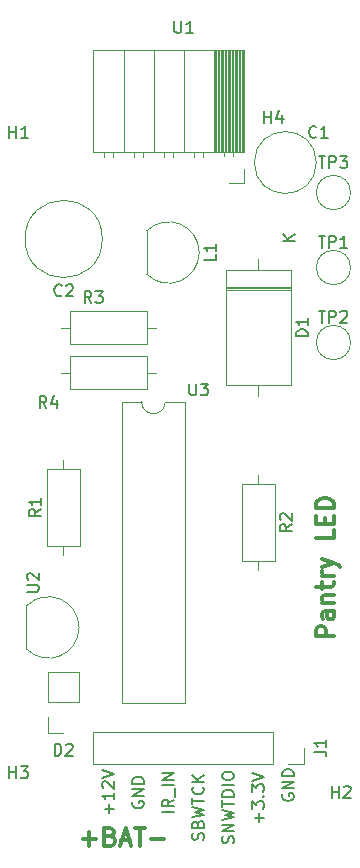
<source format=gbr>
%TF.GenerationSoftware,KiCad,Pcbnew,(6.0.9)*%
%TF.CreationDate,2024-07-08T19:13:13-04:00*%
%TF.ProjectId,PantryLED,50616e74-7279-44c4-9544-2e6b69636164,rev?*%
%TF.SameCoordinates,Original*%
%TF.FileFunction,Legend,Top*%
%TF.FilePolarity,Positive*%
%FSLAX46Y46*%
G04 Gerber Fmt 4.6, Leading zero omitted, Abs format (unit mm)*
G04 Created by KiCad (PCBNEW (6.0.9)) date 2024-07-08 19:13:13*
%MOMM*%
%LPD*%
G01*
G04 APERTURE LIST*
%ADD10C,0.150000*%
%ADD11C,0.300000*%
%ADD12C,0.120000*%
G04 APERTURE END LIST*
D10*
X137231428Y-112251904D02*
X137231428Y-111490000D01*
X137612380Y-111870952D02*
X136850476Y-111870952D01*
X137612380Y-110490000D02*
X137612380Y-111061428D01*
X137612380Y-110775714D02*
X136612380Y-110775714D01*
X136755238Y-110870952D01*
X136850476Y-110966190D01*
X136898095Y-111061428D01*
X136707619Y-110109047D02*
X136660000Y-110061428D01*
X136612380Y-109966190D01*
X136612380Y-109728095D01*
X136660000Y-109632857D01*
X136707619Y-109585238D01*
X136802857Y-109537619D01*
X136898095Y-109537619D01*
X137040952Y-109585238D01*
X137612380Y-110156666D01*
X137612380Y-109537619D01*
X136612380Y-109251904D02*
X137612380Y-108918571D01*
X136612380Y-108585238D01*
X142692380Y-112132857D02*
X141692380Y-112132857D01*
X142692380Y-111085238D02*
X142216190Y-111418571D01*
X142692380Y-111656666D02*
X141692380Y-111656666D01*
X141692380Y-111275714D01*
X141740000Y-111180476D01*
X141787619Y-111132857D01*
X141882857Y-111085238D01*
X142025714Y-111085238D01*
X142120952Y-111132857D01*
X142168571Y-111180476D01*
X142216190Y-111275714D01*
X142216190Y-111656666D01*
X142787619Y-110894761D02*
X142787619Y-110132857D01*
X142692380Y-109894761D02*
X141692380Y-109894761D01*
X142692380Y-109418571D02*
X141692380Y-109418571D01*
X142692380Y-108847142D01*
X141692380Y-108847142D01*
X147724761Y-114783809D02*
X147772380Y-114640952D01*
X147772380Y-114402857D01*
X147724761Y-114307619D01*
X147677142Y-114260000D01*
X147581904Y-114212380D01*
X147486666Y-114212380D01*
X147391428Y-114260000D01*
X147343809Y-114307619D01*
X147296190Y-114402857D01*
X147248571Y-114593333D01*
X147200952Y-114688571D01*
X147153333Y-114736190D01*
X147058095Y-114783809D01*
X146962857Y-114783809D01*
X146867619Y-114736190D01*
X146820000Y-114688571D01*
X146772380Y-114593333D01*
X146772380Y-114355238D01*
X146820000Y-114212380D01*
X147772380Y-113783809D02*
X146772380Y-113783809D01*
X147772380Y-113212380D01*
X146772380Y-113212380D01*
X146772380Y-112831428D02*
X147772380Y-112593333D01*
X147058095Y-112402857D01*
X147772380Y-112212380D01*
X146772380Y-111974285D01*
X146772380Y-111736190D02*
X146772380Y-111164761D01*
X147772380Y-111450476D02*
X146772380Y-111450476D01*
X147772380Y-110831428D02*
X146772380Y-110831428D01*
X146772380Y-110593333D01*
X146820000Y-110450476D01*
X146915238Y-110355238D01*
X147010476Y-110307619D01*
X147200952Y-110260000D01*
X147343809Y-110260000D01*
X147534285Y-110307619D01*
X147629523Y-110355238D01*
X147724761Y-110450476D01*
X147772380Y-110593333D01*
X147772380Y-110831428D01*
X147772380Y-109831428D02*
X146772380Y-109831428D01*
X146772380Y-109164761D02*
X146772380Y-108974285D01*
X146820000Y-108879047D01*
X146915238Y-108783809D01*
X147105714Y-108736190D01*
X147439047Y-108736190D01*
X147629523Y-108783809D01*
X147724761Y-108879047D01*
X147772380Y-108974285D01*
X147772380Y-109164761D01*
X147724761Y-109260000D01*
X147629523Y-109355238D01*
X147439047Y-109402857D01*
X147105714Y-109402857D01*
X146915238Y-109355238D01*
X146820000Y-109260000D01*
X146772380Y-109164761D01*
D11*
X134965714Y-114407142D02*
X136108571Y-114407142D01*
X135537142Y-114978571D02*
X135537142Y-113835714D01*
X137322857Y-114192857D02*
X137537142Y-114264285D01*
X137608571Y-114335714D01*
X137680000Y-114478571D01*
X137680000Y-114692857D01*
X137608571Y-114835714D01*
X137537142Y-114907142D01*
X137394285Y-114978571D01*
X136822857Y-114978571D01*
X136822857Y-113478571D01*
X137322857Y-113478571D01*
X137465714Y-113550000D01*
X137537142Y-113621428D01*
X137608571Y-113764285D01*
X137608571Y-113907142D01*
X137537142Y-114050000D01*
X137465714Y-114121428D01*
X137322857Y-114192857D01*
X136822857Y-114192857D01*
X138251428Y-114550000D02*
X138965714Y-114550000D01*
X138108571Y-114978571D02*
X138608571Y-113478571D01*
X139108571Y-114978571D01*
X139394285Y-113478571D02*
X140251428Y-113478571D01*
X139822857Y-114978571D02*
X139822857Y-113478571D01*
X140751428Y-114407142D02*
X141894285Y-114407142D01*
D10*
X149931428Y-112998095D02*
X149931428Y-112236190D01*
X150312380Y-112617142D02*
X149550476Y-112617142D01*
X149312380Y-111855238D02*
X149312380Y-111236190D01*
X149693333Y-111569523D01*
X149693333Y-111426666D01*
X149740952Y-111331428D01*
X149788571Y-111283809D01*
X149883809Y-111236190D01*
X150121904Y-111236190D01*
X150217142Y-111283809D01*
X150264761Y-111331428D01*
X150312380Y-111426666D01*
X150312380Y-111712380D01*
X150264761Y-111807619D01*
X150217142Y-111855238D01*
X150217142Y-110807619D02*
X150264761Y-110760000D01*
X150312380Y-110807619D01*
X150264761Y-110855238D01*
X150217142Y-110807619D01*
X150312380Y-110807619D01*
X149312380Y-110426666D02*
X149312380Y-109807619D01*
X149693333Y-110140952D01*
X149693333Y-109998095D01*
X149740952Y-109902857D01*
X149788571Y-109855238D01*
X149883809Y-109807619D01*
X150121904Y-109807619D01*
X150217142Y-109855238D01*
X150264761Y-109902857D01*
X150312380Y-109998095D01*
X150312380Y-110283809D01*
X150264761Y-110379047D01*
X150217142Y-110426666D01*
X149312380Y-109521904D02*
X150312380Y-109188571D01*
X149312380Y-108855238D01*
X151900000Y-110616904D02*
X151852380Y-110712142D01*
X151852380Y-110855000D01*
X151900000Y-110997857D01*
X151995238Y-111093095D01*
X152090476Y-111140714D01*
X152280952Y-111188333D01*
X152423809Y-111188333D01*
X152614285Y-111140714D01*
X152709523Y-111093095D01*
X152804761Y-110997857D01*
X152852380Y-110855000D01*
X152852380Y-110759761D01*
X152804761Y-110616904D01*
X152757142Y-110569285D01*
X152423809Y-110569285D01*
X152423809Y-110759761D01*
X152852380Y-110140714D02*
X151852380Y-110140714D01*
X152852380Y-109569285D01*
X151852380Y-109569285D01*
X152852380Y-109093095D02*
X151852380Y-109093095D01*
X151852380Y-108855000D01*
X151900000Y-108712142D01*
X151995238Y-108616904D01*
X152090476Y-108569285D01*
X152280952Y-108521666D01*
X152423809Y-108521666D01*
X152614285Y-108569285D01*
X152709523Y-108616904D01*
X152804761Y-108712142D01*
X152852380Y-108855000D01*
X152852380Y-109093095D01*
X145184761Y-114498095D02*
X145232380Y-114355238D01*
X145232380Y-114117142D01*
X145184761Y-114021904D01*
X145137142Y-113974285D01*
X145041904Y-113926666D01*
X144946666Y-113926666D01*
X144851428Y-113974285D01*
X144803809Y-114021904D01*
X144756190Y-114117142D01*
X144708571Y-114307619D01*
X144660952Y-114402857D01*
X144613333Y-114450476D01*
X144518095Y-114498095D01*
X144422857Y-114498095D01*
X144327619Y-114450476D01*
X144280000Y-114402857D01*
X144232380Y-114307619D01*
X144232380Y-114069523D01*
X144280000Y-113926666D01*
X144708571Y-113164761D02*
X144756190Y-113021904D01*
X144803809Y-112974285D01*
X144899047Y-112926666D01*
X145041904Y-112926666D01*
X145137142Y-112974285D01*
X145184761Y-113021904D01*
X145232380Y-113117142D01*
X145232380Y-113498095D01*
X144232380Y-113498095D01*
X144232380Y-113164761D01*
X144280000Y-113069523D01*
X144327619Y-113021904D01*
X144422857Y-112974285D01*
X144518095Y-112974285D01*
X144613333Y-113021904D01*
X144660952Y-113069523D01*
X144708571Y-113164761D01*
X144708571Y-113498095D01*
X144232380Y-112593333D02*
X145232380Y-112355238D01*
X144518095Y-112164761D01*
X145232380Y-111974285D01*
X144232380Y-111736190D01*
X144232380Y-111498095D02*
X144232380Y-110926666D01*
X145232380Y-111212380D02*
X144232380Y-111212380D01*
X145137142Y-110021904D02*
X145184761Y-110069523D01*
X145232380Y-110212380D01*
X145232380Y-110307619D01*
X145184761Y-110450476D01*
X145089523Y-110545714D01*
X144994285Y-110593333D01*
X144803809Y-110640952D01*
X144660952Y-110640952D01*
X144470476Y-110593333D01*
X144375238Y-110545714D01*
X144280000Y-110450476D01*
X144232380Y-110307619D01*
X144232380Y-110212380D01*
X144280000Y-110069523D01*
X144327619Y-110021904D01*
X145232380Y-109593333D02*
X144232380Y-109593333D01*
X145232380Y-109021904D02*
X144660952Y-109450476D01*
X144232380Y-109021904D02*
X144803809Y-109593333D01*
X139200000Y-111251904D02*
X139152380Y-111347142D01*
X139152380Y-111490000D01*
X139200000Y-111632857D01*
X139295238Y-111728095D01*
X139390476Y-111775714D01*
X139580952Y-111823333D01*
X139723809Y-111823333D01*
X139914285Y-111775714D01*
X140009523Y-111728095D01*
X140104761Y-111632857D01*
X140152380Y-111490000D01*
X140152380Y-111394761D01*
X140104761Y-111251904D01*
X140057142Y-111204285D01*
X139723809Y-111204285D01*
X139723809Y-111394761D01*
X140152380Y-110775714D02*
X139152380Y-110775714D01*
X140152380Y-110204285D01*
X139152380Y-110204285D01*
X140152380Y-109728095D02*
X139152380Y-109728095D01*
X139152380Y-109490000D01*
X139200000Y-109347142D01*
X139295238Y-109251904D01*
X139390476Y-109204285D01*
X139580952Y-109156666D01*
X139723809Y-109156666D01*
X139914285Y-109204285D01*
X140009523Y-109251904D01*
X140104761Y-109347142D01*
X140152380Y-109490000D01*
X140152380Y-109728095D01*
D11*
X156253571Y-97261428D02*
X154753571Y-97261428D01*
X154753571Y-96690000D01*
X154825000Y-96547142D01*
X154896428Y-96475714D01*
X155039285Y-96404285D01*
X155253571Y-96404285D01*
X155396428Y-96475714D01*
X155467857Y-96547142D01*
X155539285Y-96690000D01*
X155539285Y-97261428D01*
X156253571Y-95118571D02*
X155467857Y-95118571D01*
X155325000Y-95190000D01*
X155253571Y-95332857D01*
X155253571Y-95618571D01*
X155325000Y-95761428D01*
X156182142Y-95118571D02*
X156253571Y-95261428D01*
X156253571Y-95618571D01*
X156182142Y-95761428D01*
X156039285Y-95832857D01*
X155896428Y-95832857D01*
X155753571Y-95761428D01*
X155682142Y-95618571D01*
X155682142Y-95261428D01*
X155610714Y-95118571D01*
X155253571Y-94404285D02*
X156253571Y-94404285D01*
X155396428Y-94404285D02*
X155325000Y-94332857D01*
X155253571Y-94190000D01*
X155253571Y-93975714D01*
X155325000Y-93832857D01*
X155467857Y-93761428D01*
X156253571Y-93761428D01*
X155253571Y-93261428D02*
X155253571Y-92690000D01*
X154753571Y-93047142D02*
X156039285Y-93047142D01*
X156182142Y-92975714D01*
X156253571Y-92832857D01*
X156253571Y-92690000D01*
X156253571Y-92190000D02*
X155253571Y-92190000D01*
X155539285Y-92190000D02*
X155396428Y-92118571D01*
X155325000Y-92047142D01*
X155253571Y-91904285D01*
X155253571Y-91761428D01*
X155253571Y-91404285D02*
X156253571Y-91047142D01*
X155253571Y-90690000D02*
X156253571Y-91047142D01*
X156610714Y-91190000D01*
X156682142Y-91261428D01*
X156753571Y-91404285D01*
X156253571Y-88261428D02*
X156253571Y-88975714D01*
X154753571Y-88975714D01*
X155467857Y-87761428D02*
X155467857Y-87261428D01*
X156253571Y-87047142D02*
X156253571Y-87761428D01*
X154753571Y-87761428D01*
X154753571Y-87047142D01*
X156253571Y-86404285D02*
X154753571Y-86404285D01*
X154753571Y-86047142D01*
X154825000Y-85832857D01*
X154967857Y-85690000D01*
X155110714Y-85618571D01*
X155396428Y-85547142D01*
X155610714Y-85547142D01*
X155896428Y-85618571D01*
X156039285Y-85690000D01*
X156182142Y-85832857D01*
X156253571Y-86047142D01*
X156253571Y-86404285D01*
D10*
%TO.C,J1*%
X154602380Y-107038333D02*
X155316666Y-107038333D01*
X155459523Y-107085952D01*
X155554761Y-107181190D01*
X155602380Y-107324047D01*
X155602380Y-107419285D01*
X155602380Y-106038333D02*
X155602380Y-106609761D01*
X155602380Y-106324047D02*
X154602380Y-106324047D01*
X154745238Y-106419285D01*
X154840476Y-106514523D01*
X154888095Y-106609761D01*
%TO.C,D1*%
X154032380Y-71858095D02*
X153032380Y-71858095D01*
X153032380Y-71620000D01*
X153080000Y-71477142D01*
X153175238Y-71381904D01*
X153270476Y-71334285D01*
X153460952Y-71286666D01*
X153603809Y-71286666D01*
X153794285Y-71334285D01*
X153889523Y-71381904D01*
X153984761Y-71477142D01*
X154032380Y-71620000D01*
X154032380Y-71858095D01*
X154032380Y-70334285D02*
X154032380Y-70905714D01*
X154032380Y-70620000D02*
X153032380Y-70620000D01*
X153175238Y-70715238D01*
X153270476Y-70810476D01*
X153318095Y-70905714D01*
X152912380Y-63761904D02*
X151912380Y-63761904D01*
X152912380Y-63190476D02*
X152340952Y-63619047D01*
X151912380Y-63190476D02*
X152483809Y-63761904D01*
%TO.C,H3*%
X128778095Y-109282380D02*
X128778095Y-108282380D01*
X128778095Y-108758571D02*
X129349523Y-108758571D01*
X129349523Y-109282380D02*
X129349523Y-108282380D01*
X129730476Y-108282380D02*
X130349523Y-108282380D01*
X130016190Y-108663333D01*
X130159047Y-108663333D01*
X130254285Y-108710952D01*
X130301904Y-108758571D01*
X130349523Y-108853809D01*
X130349523Y-109091904D01*
X130301904Y-109187142D01*
X130254285Y-109234761D01*
X130159047Y-109282380D01*
X129873333Y-109282380D01*
X129778095Y-109234761D01*
X129730476Y-109187142D01*
%TO.C,H4*%
X150368095Y-53792380D02*
X150368095Y-52792380D01*
X150368095Y-53268571D02*
X150939523Y-53268571D01*
X150939523Y-53792380D02*
X150939523Y-52792380D01*
X151844285Y-53125714D02*
X151844285Y-53792380D01*
X151606190Y-52744761D02*
X151368095Y-53459047D01*
X151987142Y-53459047D01*
%TO.C,D2*%
X132611904Y-107357380D02*
X132611904Y-106357380D01*
X132850000Y-106357380D01*
X132992857Y-106405000D01*
X133088095Y-106500238D01*
X133135714Y-106595476D01*
X133183333Y-106785952D01*
X133183333Y-106928809D01*
X133135714Y-107119285D01*
X133088095Y-107214523D01*
X132992857Y-107309761D01*
X132850000Y-107357380D01*
X132611904Y-107357380D01*
X133564285Y-106452619D02*
X133611904Y-106405000D01*
X133707142Y-106357380D01*
X133945238Y-106357380D01*
X134040476Y-106405000D01*
X134088095Y-106452619D01*
X134135714Y-106547857D01*
X134135714Y-106643095D01*
X134088095Y-106785952D01*
X133516666Y-107357380D01*
X134135714Y-107357380D01*
%TO.C,U1*%
X142748095Y-45172380D02*
X142748095Y-45981904D01*
X142795714Y-46077142D01*
X142843333Y-46124761D01*
X142938571Y-46172380D01*
X143129047Y-46172380D01*
X143224285Y-46124761D01*
X143271904Y-46077142D01*
X143319523Y-45981904D01*
X143319523Y-45172380D01*
X144319523Y-46172380D02*
X143748095Y-46172380D01*
X144033809Y-46172380D02*
X144033809Y-45172380D01*
X143938571Y-45315238D01*
X143843333Y-45410476D01*
X143748095Y-45458095D01*
%TO.C,TP3*%
X154948095Y-56602380D02*
X155519523Y-56602380D01*
X155233809Y-57602380D02*
X155233809Y-56602380D01*
X155852857Y-57602380D02*
X155852857Y-56602380D01*
X156233809Y-56602380D01*
X156329047Y-56650000D01*
X156376666Y-56697619D01*
X156424285Y-56792857D01*
X156424285Y-56935714D01*
X156376666Y-57030952D01*
X156329047Y-57078571D01*
X156233809Y-57126190D01*
X155852857Y-57126190D01*
X156757619Y-56602380D02*
X157376666Y-56602380D01*
X157043333Y-56983333D01*
X157186190Y-56983333D01*
X157281428Y-57030952D01*
X157329047Y-57078571D01*
X157376666Y-57173809D01*
X157376666Y-57411904D01*
X157329047Y-57507142D01*
X157281428Y-57554761D01*
X157186190Y-57602380D01*
X156900476Y-57602380D01*
X156805238Y-57554761D01*
X156757619Y-57507142D01*
%TO.C,TP2*%
X154948095Y-69694380D02*
X155519523Y-69694380D01*
X155233809Y-70694380D02*
X155233809Y-69694380D01*
X155852857Y-70694380D02*
X155852857Y-69694380D01*
X156233809Y-69694380D01*
X156329047Y-69742000D01*
X156376666Y-69789619D01*
X156424285Y-69884857D01*
X156424285Y-70027714D01*
X156376666Y-70122952D01*
X156329047Y-70170571D01*
X156233809Y-70218190D01*
X155852857Y-70218190D01*
X156805238Y-69789619D02*
X156852857Y-69742000D01*
X156948095Y-69694380D01*
X157186190Y-69694380D01*
X157281428Y-69742000D01*
X157329047Y-69789619D01*
X157376666Y-69884857D01*
X157376666Y-69980095D01*
X157329047Y-70122952D01*
X156757619Y-70694380D01*
X157376666Y-70694380D01*
%TO.C,R2*%
X152672380Y-87791666D02*
X152196190Y-88125000D01*
X152672380Y-88363095D02*
X151672380Y-88363095D01*
X151672380Y-87982142D01*
X151720000Y-87886904D01*
X151767619Y-87839285D01*
X151862857Y-87791666D01*
X152005714Y-87791666D01*
X152100952Y-87839285D01*
X152148571Y-87886904D01*
X152196190Y-87982142D01*
X152196190Y-88363095D01*
X151767619Y-87410714D02*
X151720000Y-87363095D01*
X151672380Y-87267857D01*
X151672380Y-87029761D01*
X151720000Y-86934523D01*
X151767619Y-86886904D01*
X151862857Y-86839285D01*
X151958095Y-86839285D01*
X152100952Y-86886904D01*
X152672380Y-87458333D01*
X152672380Y-86839285D01*
%TO.C,R1*%
X131422380Y-86521666D02*
X130946190Y-86855000D01*
X131422380Y-87093095D02*
X130422380Y-87093095D01*
X130422380Y-86712142D01*
X130470000Y-86616904D01*
X130517619Y-86569285D01*
X130612857Y-86521666D01*
X130755714Y-86521666D01*
X130850952Y-86569285D01*
X130898571Y-86616904D01*
X130946190Y-86712142D01*
X130946190Y-87093095D01*
X131422380Y-85569285D02*
X131422380Y-86140714D01*
X131422380Y-85855000D02*
X130422380Y-85855000D01*
X130565238Y-85950238D01*
X130660476Y-86045476D01*
X130708095Y-86140714D01*
%TO.C,U2*%
X130262380Y-93471904D02*
X131071904Y-93471904D01*
X131167142Y-93424285D01*
X131214761Y-93376666D01*
X131262380Y-93281428D01*
X131262380Y-93090952D01*
X131214761Y-92995714D01*
X131167142Y-92948095D01*
X131071904Y-92900476D01*
X130262380Y-92900476D01*
X130357619Y-92471904D02*
X130310000Y-92424285D01*
X130262380Y-92329047D01*
X130262380Y-92090952D01*
X130310000Y-91995714D01*
X130357619Y-91948095D01*
X130452857Y-91900476D01*
X130548095Y-91900476D01*
X130690952Y-91948095D01*
X131262380Y-92519523D01*
X131262380Y-91900476D01*
%TO.C,TP1*%
X154948095Y-63344380D02*
X155519523Y-63344380D01*
X155233809Y-64344380D02*
X155233809Y-63344380D01*
X155852857Y-64344380D02*
X155852857Y-63344380D01*
X156233809Y-63344380D01*
X156329047Y-63392000D01*
X156376666Y-63439619D01*
X156424285Y-63534857D01*
X156424285Y-63677714D01*
X156376666Y-63772952D01*
X156329047Y-63820571D01*
X156233809Y-63868190D01*
X155852857Y-63868190D01*
X157376666Y-64344380D02*
X156805238Y-64344380D01*
X157090952Y-64344380D02*
X157090952Y-63344380D01*
X156995714Y-63487238D01*
X156900476Y-63582476D01*
X156805238Y-63630095D01*
%TO.C,H1*%
X128778095Y-55062380D02*
X128778095Y-54062380D01*
X128778095Y-54538571D02*
X129349523Y-54538571D01*
X129349523Y-55062380D02*
X129349523Y-54062380D01*
X130349523Y-55062380D02*
X129778095Y-55062380D01*
X130063809Y-55062380D02*
X130063809Y-54062380D01*
X129968571Y-54205238D01*
X129873333Y-54300476D01*
X129778095Y-54348095D01*
%TO.C,H2*%
X156083095Y-110942380D02*
X156083095Y-109942380D01*
X156083095Y-110418571D02*
X156654523Y-110418571D01*
X156654523Y-110942380D02*
X156654523Y-109942380D01*
X157083095Y-110037619D02*
X157130714Y-109990000D01*
X157225952Y-109942380D01*
X157464047Y-109942380D01*
X157559285Y-109990000D01*
X157606904Y-110037619D01*
X157654523Y-110132857D01*
X157654523Y-110228095D01*
X157606904Y-110370952D01*
X157035476Y-110942380D01*
X157654523Y-110942380D01*
%TO.C,C2*%
X133203333Y-68377142D02*
X133155714Y-68424761D01*
X133012857Y-68472380D01*
X132917619Y-68472380D01*
X132774761Y-68424761D01*
X132679523Y-68329523D01*
X132631904Y-68234285D01*
X132584285Y-68043809D01*
X132584285Y-67900952D01*
X132631904Y-67710476D01*
X132679523Y-67615238D01*
X132774761Y-67520000D01*
X132917619Y-67472380D01*
X133012857Y-67472380D01*
X133155714Y-67520000D01*
X133203333Y-67567619D01*
X133584285Y-67567619D02*
X133631904Y-67520000D01*
X133727142Y-67472380D01*
X133965238Y-67472380D01*
X134060476Y-67520000D01*
X134108095Y-67567619D01*
X134155714Y-67662857D01*
X134155714Y-67758095D01*
X134108095Y-67900952D01*
X133536666Y-68472380D01*
X134155714Y-68472380D01*
%TO.C,L1*%
X146252380Y-64936666D02*
X146252380Y-65412857D01*
X145252380Y-65412857D01*
X146252380Y-64079523D02*
X146252380Y-64650952D01*
X146252380Y-64365238D02*
X145252380Y-64365238D01*
X145395238Y-64460476D01*
X145490476Y-64555714D01*
X145538095Y-64650952D01*
%TO.C,C1*%
X154773333Y-54967142D02*
X154725714Y-55014761D01*
X154582857Y-55062380D01*
X154487619Y-55062380D01*
X154344761Y-55014761D01*
X154249523Y-54919523D01*
X154201904Y-54824285D01*
X154154285Y-54633809D01*
X154154285Y-54490952D01*
X154201904Y-54300476D01*
X154249523Y-54205238D01*
X154344761Y-54110000D01*
X154487619Y-54062380D01*
X154582857Y-54062380D01*
X154725714Y-54110000D01*
X154773333Y-54157619D01*
X155725714Y-55062380D02*
X155154285Y-55062380D01*
X155440000Y-55062380D02*
X155440000Y-54062380D01*
X155344761Y-54205238D01*
X155249523Y-54300476D01*
X155154285Y-54348095D01*
%TO.C,R3*%
X135723333Y-69032380D02*
X135390000Y-68556190D01*
X135151904Y-69032380D02*
X135151904Y-68032380D01*
X135532857Y-68032380D01*
X135628095Y-68080000D01*
X135675714Y-68127619D01*
X135723333Y-68222857D01*
X135723333Y-68365714D01*
X135675714Y-68460952D01*
X135628095Y-68508571D01*
X135532857Y-68556190D01*
X135151904Y-68556190D01*
X136056666Y-68032380D02*
X136675714Y-68032380D01*
X136342380Y-68413333D01*
X136485238Y-68413333D01*
X136580476Y-68460952D01*
X136628095Y-68508571D01*
X136675714Y-68603809D01*
X136675714Y-68841904D01*
X136628095Y-68937142D01*
X136580476Y-68984761D01*
X136485238Y-69032380D01*
X136199523Y-69032380D01*
X136104285Y-68984761D01*
X136056666Y-68937142D01*
%TO.C,R4*%
X131913333Y-77922380D02*
X131580000Y-77446190D01*
X131341904Y-77922380D02*
X131341904Y-76922380D01*
X131722857Y-76922380D01*
X131818095Y-76970000D01*
X131865714Y-77017619D01*
X131913333Y-77112857D01*
X131913333Y-77255714D01*
X131865714Y-77350952D01*
X131818095Y-77398571D01*
X131722857Y-77446190D01*
X131341904Y-77446190D01*
X132770476Y-77255714D02*
X132770476Y-77922380D01*
X132532380Y-76874761D02*
X132294285Y-77589047D01*
X132913333Y-77589047D01*
%TO.C,U3*%
X144018095Y-75862380D02*
X144018095Y-76671904D01*
X144065714Y-76767142D01*
X144113333Y-76814761D01*
X144208571Y-76862380D01*
X144399047Y-76862380D01*
X144494285Y-76814761D01*
X144541904Y-76767142D01*
X144589523Y-76671904D01*
X144589523Y-75862380D01*
X144970476Y-75862380D02*
X145589523Y-75862380D01*
X145256190Y-76243333D01*
X145399047Y-76243333D01*
X145494285Y-76290952D01*
X145541904Y-76338571D01*
X145589523Y-76433809D01*
X145589523Y-76671904D01*
X145541904Y-76767142D01*
X145494285Y-76814761D01*
X145399047Y-76862380D01*
X145113333Y-76862380D01*
X145018095Y-76814761D01*
X144970476Y-76767142D01*
D12*
%TO.C,J1*%
X151110000Y-105375000D02*
X135810000Y-105375000D01*
X153710000Y-106705000D02*
X153710000Y-108035000D01*
X151110000Y-105375000D02*
X151110000Y-108035000D01*
X153710000Y-108035000D02*
X152380000Y-108035000D01*
X151110000Y-108035000D02*
X135810000Y-108035000D01*
X135810000Y-105375000D02*
X135810000Y-108035000D01*
%TO.C,D1*%
X149860000Y-76900000D02*
X149860000Y-75990000D01*
X149860000Y-65340000D02*
X149860000Y-66250000D01*
X152580000Y-75990000D02*
X152580000Y-66250000D01*
X147140000Y-66250000D02*
X147140000Y-75990000D01*
X152580000Y-67675000D02*
X147140000Y-67675000D01*
X152580000Y-67795000D02*
X147140000Y-67795000D01*
X147140000Y-75990000D02*
X152580000Y-75990000D01*
X152580000Y-66250000D02*
X147140000Y-66250000D01*
X152580000Y-67915000D02*
X147140000Y-67915000D01*
%TO.C,D2*%
X134670000Y-100265000D02*
X132010000Y-100265000D01*
X132010000Y-102865000D02*
X132010000Y-100265000D01*
X132010000Y-105465000D02*
X132010000Y-104135000D01*
X134670000Y-102865000D02*
X132010000Y-102865000D01*
X133340000Y-105465000D02*
X132010000Y-105465000D01*
X134670000Y-102865000D02*
X134670000Y-100265000D01*
%TO.C,U1*%
X146980000Y-56280000D02*
X146980000Y-56630000D01*
X148550000Y-47650000D02*
X148550000Y-56280000D01*
X139360000Y-56280000D02*
X139360000Y-56690000D01*
X142620000Y-56280000D02*
X142620000Y-56690000D01*
X147487145Y-47650000D02*
X147487145Y-56280000D01*
X147723335Y-47650000D02*
X147723335Y-56280000D01*
X146188100Y-47650000D02*
X146188100Y-56280000D01*
X147700000Y-56280000D02*
X147700000Y-56630000D01*
X137540000Y-56280000D02*
X137540000Y-56690000D01*
X147369050Y-47650000D02*
X147369050Y-56280000D01*
X143530000Y-47650000D02*
X143530000Y-56280000D01*
X140080000Y-56280000D02*
X140080000Y-56690000D01*
X140990000Y-47650000D02*
X140990000Y-56280000D01*
X146306195Y-47650000D02*
X146306195Y-56280000D01*
X147605240Y-47650000D02*
X147605240Y-56280000D01*
X136820000Y-56280000D02*
X136820000Y-56690000D01*
X148670000Y-47650000D02*
X148670000Y-56280000D01*
X145160000Y-56280000D02*
X145160000Y-56690000D01*
X144440000Y-56280000D02*
X144440000Y-56690000D01*
X148670000Y-57740000D02*
X148670000Y-58850000D01*
X135850000Y-47650000D02*
X135850000Y-56280000D01*
X147959525Y-47650000D02*
X147959525Y-56280000D01*
X148670000Y-47650000D02*
X135850000Y-47650000D01*
X146542385Y-47650000D02*
X146542385Y-56280000D01*
X147014765Y-47650000D02*
X147014765Y-56280000D01*
X146070000Y-47650000D02*
X146070000Y-56280000D01*
X148313810Y-47650000D02*
X148313810Y-56280000D01*
X146424290Y-47650000D02*
X146424290Y-56280000D01*
X138450000Y-47650000D02*
X138450000Y-56280000D01*
X148077620Y-47650000D02*
X148077620Y-56280000D01*
X141900000Y-56280000D02*
X141900000Y-56690000D01*
X148431905Y-47650000D02*
X148431905Y-56280000D01*
X147250955Y-47650000D02*
X147250955Y-56280000D01*
X147841430Y-47650000D02*
X147841430Y-56280000D01*
X148670000Y-56280000D02*
X135850000Y-56280000D01*
X146896670Y-47650000D02*
X146896670Y-56280000D01*
X148670000Y-58850000D02*
X147340000Y-58850000D01*
X147132860Y-47650000D02*
X147132860Y-56280000D01*
X146778575Y-47650000D02*
X146778575Y-56280000D01*
X146660480Y-47650000D02*
X146660480Y-56280000D01*
X148195715Y-47650000D02*
X148195715Y-56280000D01*
%TO.C,TP3*%
X157660000Y-59690000D02*
G75*
G03*
X157660000Y-59690000I-1450000J0D01*
G01*
%TO.C,TP2*%
X157660000Y-72390000D02*
G75*
G03*
X157660000Y-72390000I-1450000J0D01*
G01*
%TO.C,R2*%
X149850000Y-83585000D02*
X149850000Y-84355000D01*
X151220000Y-84355000D02*
X148480000Y-84355000D01*
X148480000Y-90895000D02*
X151220000Y-90895000D01*
X148480000Y-84355000D02*
X148480000Y-90895000D01*
X151220000Y-90895000D02*
X151220000Y-84355000D01*
X149850000Y-91665000D02*
X149850000Y-90895000D01*
%TO.C,R1*%
X133340000Y-82315000D02*
X133340000Y-83085000D01*
X133340000Y-90395000D02*
X133340000Y-89625000D01*
X131970000Y-89625000D02*
X134710000Y-89625000D01*
X131970000Y-83085000D02*
X131970000Y-89625000D01*
X134710000Y-83085000D02*
X131970000Y-83085000D01*
X134710000Y-89625000D02*
X134710000Y-83085000D01*
%TO.C,U2*%
X130220000Y-94715000D02*
X130220000Y-98315000D01*
X130231522Y-98353478D02*
G75*
G03*
X134670000Y-96515000I1838478J1838478D01*
G01*
X134670001Y-96515000D02*
G75*
G03*
X130231522Y-94676522I-2600001J0D01*
G01*
%TO.C,TP1*%
X157660000Y-66040000D02*
G75*
G03*
X157660000Y-66040000I-1450000J0D01*
G01*
%TO.C,C2*%
X136640000Y-63620000D02*
G75*
G03*
X136640000Y-63620000I-3270000J0D01*
G01*
%TO.C,L1*%
X140390000Y-62970000D02*
X140390000Y-66570000D01*
X140401522Y-66608478D02*
G75*
G03*
X144840000Y-64770000I1838478J1838478D01*
G01*
X144840001Y-64770000D02*
G75*
G03*
X140401522Y-62931522I-2600001J0D01*
G01*
%TO.C,C1*%
X154750000Y-57150000D02*
G75*
G03*
X154750000Y-57150000I-2620000J0D01*
G01*
%TO.C,R3*%
X140430000Y-72490000D02*
X140430000Y-69750000D01*
X141200000Y-71120000D02*
X140430000Y-71120000D01*
X140430000Y-69750000D02*
X133890000Y-69750000D01*
X133120000Y-71120000D02*
X133890000Y-71120000D01*
X133890000Y-69750000D02*
X133890000Y-72490000D01*
X133890000Y-72490000D02*
X140430000Y-72490000D01*
%TO.C,R4*%
X133890000Y-76300000D02*
X140430000Y-76300000D01*
X141200000Y-74930000D02*
X140430000Y-74930000D01*
X140430000Y-76300000D02*
X140430000Y-73560000D01*
X133120000Y-74930000D02*
X133890000Y-74930000D01*
X133890000Y-73560000D02*
X133890000Y-76300000D01*
X140430000Y-73560000D02*
X133890000Y-73560000D01*
%TO.C,U3*%
X139970000Y-77410000D02*
X138320000Y-77410000D01*
X138320000Y-102930000D02*
X143620000Y-102930000D01*
X143620000Y-77410000D02*
X141970000Y-77410000D01*
X138320000Y-77410000D02*
X138320000Y-102930000D01*
X143620000Y-102930000D02*
X143620000Y-77410000D01*
X139970000Y-77410000D02*
G75*
G03*
X141970000Y-77410000I1000000J0D01*
G01*
%TD*%
M02*

</source>
